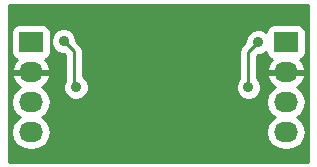
<source format=gbr>
G04 #@! TF.FileFunction,Copper,L2,Bot,Signal*
%FSLAX46Y46*%
G04 Gerber Fmt 4.6, Leading zero omitted, Abs format (unit mm)*
G04 Created by KiCad (PCBNEW (2015-02-22 BZR 5447)-product) date 2015 March 16, Monday 22:42:36*
%MOMM*%
G01*
G04 APERTURE LIST*
%ADD10C,0.100000*%
%ADD11R,2.032000X1.727200*%
%ADD12O,2.032000X1.727200*%
%ADD13C,0.889000*%
%ADD14C,0.254000*%
G04 APERTURE END LIST*
D10*
D11*
X149860000Y-107950000D03*
D12*
X149860000Y-110490000D03*
X149860000Y-113030000D03*
X149860000Y-115570000D03*
D11*
X171450000Y-107950000D03*
D12*
X171450000Y-110490000D03*
X171450000Y-113030000D03*
X171450000Y-115570000D03*
D13*
X152628600Y-107873800D03*
X153670000Y-111760000D03*
X169100520Y-107950000D03*
X168275000Y-111760000D03*
D14*
X153670000Y-111760000D02*
X153492200Y-111582200D01*
X153492200Y-111582200D02*
X153492200Y-108737400D01*
X153492200Y-108737400D02*
X153073099Y-108318299D01*
X153073099Y-108318299D02*
X152628600Y-107873800D01*
X168275000Y-111760000D02*
X168275000Y-108775520D01*
X168656021Y-108394499D02*
X169100520Y-107950000D01*
X168275000Y-108775520D02*
X168656021Y-108394499D01*
G36*
X173305000Y-118060000D02*
X173133345Y-118060000D01*
X173133345Y-115570000D01*
X173019271Y-114996511D01*
X172694415Y-114510330D01*
X172379634Y-114300000D01*
X172694415Y-114089670D01*
X173019271Y-113603489D01*
X173133345Y-113030000D01*
X173113440Y-112929930D01*
X173113440Y-108813600D01*
X173113440Y-107086400D01*
X173066463Y-106844277D01*
X172926673Y-106631473D01*
X172715640Y-106489023D01*
X172466000Y-106438960D01*
X170434000Y-106438960D01*
X170191877Y-106485937D01*
X169979073Y-106625727D01*
X169836623Y-106836760D01*
X169786560Y-107086400D01*
X169786560Y-107109260D01*
X169712806Y-107035378D01*
X169316188Y-106870687D01*
X168886736Y-106870313D01*
X168489831Y-107034311D01*
X168185898Y-107337714D01*
X168021207Y-107734332D01*
X168021017Y-107951872D01*
X167736185Y-108236705D01*
X167571004Y-108483915D01*
X167513000Y-108775520D01*
X167513000Y-110995358D01*
X167360378Y-111147714D01*
X167195687Y-111544332D01*
X167195313Y-111973784D01*
X167359311Y-112370689D01*
X167662714Y-112674622D01*
X168059332Y-112839313D01*
X168488784Y-112839687D01*
X168885689Y-112675689D01*
X169189622Y-112372286D01*
X169354313Y-111975668D01*
X169354687Y-111546216D01*
X169190689Y-111149311D01*
X169037000Y-110995353D01*
X169037000Y-109091150D01*
X169098650Y-109029499D01*
X169314304Y-109029687D01*
X169711209Y-108865689D01*
X169786560Y-108790469D01*
X169786560Y-108813600D01*
X169833537Y-109055723D01*
X169973327Y-109268527D01*
X170184360Y-109410977D01*
X170276645Y-109429483D01*
X170099268Y-109587964D01*
X169845291Y-110115209D01*
X169842642Y-110130974D01*
X169963783Y-110363000D01*
X171323000Y-110363000D01*
X171323000Y-110343000D01*
X171577000Y-110343000D01*
X171577000Y-110363000D01*
X172936217Y-110363000D01*
X173057358Y-110130974D01*
X173054709Y-110115209D01*
X172800732Y-109587964D01*
X172624298Y-109430326D01*
X172708123Y-109414063D01*
X172920927Y-109274273D01*
X173063377Y-109063240D01*
X173113440Y-108813600D01*
X173113440Y-112929930D01*
X173019271Y-112456511D01*
X172694415Y-111970330D01*
X172384930Y-111763539D01*
X172800732Y-111392036D01*
X173054709Y-110864791D01*
X173057358Y-110849026D01*
X172936217Y-110617000D01*
X171577000Y-110617000D01*
X171577000Y-110637000D01*
X171323000Y-110637000D01*
X171323000Y-110617000D01*
X169963783Y-110617000D01*
X169842642Y-110849026D01*
X169845291Y-110864791D01*
X170099268Y-111392036D01*
X170515069Y-111763539D01*
X170205585Y-111970330D01*
X169880729Y-112456511D01*
X169766655Y-113030000D01*
X169880729Y-113603489D01*
X170205585Y-114089670D01*
X170520365Y-114300000D01*
X170205585Y-114510330D01*
X169880729Y-114996511D01*
X169766655Y-115570000D01*
X169880729Y-116143489D01*
X170205585Y-116629670D01*
X170691766Y-116954526D01*
X171265255Y-117068600D01*
X171634745Y-117068600D01*
X172208234Y-116954526D01*
X172694415Y-116629670D01*
X173019271Y-116143489D01*
X173133345Y-115570000D01*
X173133345Y-118060000D01*
X154749687Y-118060000D01*
X154749687Y-111546216D01*
X154585689Y-111149311D01*
X154282286Y-110845378D01*
X154254200Y-110833715D01*
X154254200Y-108737400D01*
X154196196Y-108445795D01*
X154031015Y-108198585D01*
X154031015Y-108198584D01*
X153708099Y-107875668D01*
X153708287Y-107660016D01*
X153544289Y-107263111D01*
X153240886Y-106959178D01*
X152844268Y-106794487D01*
X152414816Y-106794113D01*
X152017911Y-106958111D01*
X151713978Y-107261514D01*
X151549287Y-107658132D01*
X151548913Y-108087584D01*
X151712911Y-108484489D01*
X152016314Y-108788422D01*
X152412932Y-108953113D01*
X152630472Y-108953302D01*
X152730200Y-109053030D01*
X152730200Y-111208349D01*
X152590687Y-111544332D01*
X152590313Y-111973784D01*
X152754311Y-112370689D01*
X153057714Y-112674622D01*
X153454332Y-112839313D01*
X153883784Y-112839687D01*
X154280689Y-112675689D01*
X154584622Y-112372286D01*
X154749313Y-111975668D01*
X154749687Y-111546216D01*
X154749687Y-118060000D01*
X151543345Y-118060000D01*
X151543345Y-115570000D01*
X151429271Y-114996511D01*
X151104415Y-114510330D01*
X150789634Y-114300000D01*
X151104415Y-114089670D01*
X151429271Y-113603489D01*
X151543345Y-113030000D01*
X151523440Y-112929930D01*
X151523440Y-108813600D01*
X151523440Y-107086400D01*
X151476463Y-106844277D01*
X151336673Y-106631473D01*
X151125640Y-106489023D01*
X150876000Y-106438960D01*
X148844000Y-106438960D01*
X148601877Y-106485937D01*
X148389073Y-106625727D01*
X148246623Y-106836760D01*
X148196560Y-107086400D01*
X148196560Y-108813600D01*
X148243537Y-109055723D01*
X148383327Y-109268527D01*
X148594360Y-109410977D01*
X148686645Y-109429483D01*
X148509268Y-109587964D01*
X148255291Y-110115209D01*
X148252642Y-110130974D01*
X148373783Y-110363000D01*
X149733000Y-110363000D01*
X149733000Y-110343000D01*
X149987000Y-110343000D01*
X149987000Y-110363000D01*
X151346217Y-110363000D01*
X151467358Y-110130974D01*
X151464709Y-110115209D01*
X151210732Y-109587964D01*
X151034298Y-109430326D01*
X151118123Y-109414063D01*
X151330927Y-109274273D01*
X151473377Y-109063240D01*
X151523440Y-108813600D01*
X151523440Y-112929930D01*
X151429271Y-112456511D01*
X151104415Y-111970330D01*
X150794930Y-111763539D01*
X151210732Y-111392036D01*
X151464709Y-110864791D01*
X151467358Y-110849026D01*
X151346217Y-110617000D01*
X149987000Y-110617000D01*
X149987000Y-110637000D01*
X149733000Y-110637000D01*
X149733000Y-110617000D01*
X148373783Y-110617000D01*
X148252642Y-110849026D01*
X148255291Y-110864791D01*
X148509268Y-111392036D01*
X148925069Y-111763539D01*
X148615585Y-111970330D01*
X148290729Y-112456511D01*
X148176655Y-113030000D01*
X148290729Y-113603489D01*
X148615585Y-114089670D01*
X148930365Y-114300000D01*
X148615585Y-114510330D01*
X148290729Y-114996511D01*
X148176655Y-115570000D01*
X148290729Y-116143489D01*
X148615585Y-116629670D01*
X149101766Y-116954526D01*
X149675255Y-117068600D01*
X150044745Y-117068600D01*
X150618234Y-116954526D01*
X151104415Y-116629670D01*
X151429271Y-116143489D01*
X151543345Y-115570000D01*
X151543345Y-118060000D01*
X148005000Y-118060000D01*
X148005000Y-104825000D01*
X173305000Y-104825000D01*
X173305000Y-118060000D01*
X173305000Y-118060000D01*
G37*
X173305000Y-118060000D02*
X173133345Y-118060000D01*
X173133345Y-115570000D01*
X173019271Y-114996511D01*
X172694415Y-114510330D01*
X172379634Y-114300000D01*
X172694415Y-114089670D01*
X173019271Y-113603489D01*
X173133345Y-113030000D01*
X173113440Y-112929930D01*
X173113440Y-108813600D01*
X173113440Y-107086400D01*
X173066463Y-106844277D01*
X172926673Y-106631473D01*
X172715640Y-106489023D01*
X172466000Y-106438960D01*
X170434000Y-106438960D01*
X170191877Y-106485937D01*
X169979073Y-106625727D01*
X169836623Y-106836760D01*
X169786560Y-107086400D01*
X169786560Y-107109260D01*
X169712806Y-107035378D01*
X169316188Y-106870687D01*
X168886736Y-106870313D01*
X168489831Y-107034311D01*
X168185898Y-107337714D01*
X168021207Y-107734332D01*
X168021017Y-107951872D01*
X167736185Y-108236705D01*
X167571004Y-108483915D01*
X167513000Y-108775520D01*
X167513000Y-110995358D01*
X167360378Y-111147714D01*
X167195687Y-111544332D01*
X167195313Y-111973784D01*
X167359311Y-112370689D01*
X167662714Y-112674622D01*
X168059332Y-112839313D01*
X168488784Y-112839687D01*
X168885689Y-112675689D01*
X169189622Y-112372286D01*
X169354313Y-111975668D01*
X169354687Y-111546216D01*
X169190689Y-111149311D01*
X169037000Y-110995353D01*
X169037000Y-109091150D01*
X169098650Y-109029499D01*
X169314304Y-109029687D01*
X169711209Y-108865689D01*
X169786560Y-108790469D01*
X169786560Y-108813600D01*
X169833537Y-109055723D01*
X169973327Y-109268527D01*
X170184360Y-109410977D01*
X170276645Y-109429483D01*
X170099268Y-109587964D01*
X169845291Y-110115209D01*
X169842642Y-110130974D01*
X169963783Y-110363000D01*
X171323000Y-110363000D01*
X171323000Y-110343000D01*
X171577000Y-110343000D01*
X171577000Y-110363000D01*
X172936217Y-110363000D01*
X173057358Y-110130974D01*
X173054709Y-110115209D01*
X172800732Y-109587964D01*
X172624298Y-109430326D01*
X172708123Y-109414063D01*
X172920927Y-109274273D01*
X173063377Y-109063240D01*
X173113440Y-108813600D01*
X173113440Y-112929930D01*
X173019271Y-112456511D01*
X172694415Y-111970330D01*
X172384930Y-111763539D01*
X172800732Y-111392036D01*
X173054709Y-110864791D01*
X173057358Y-110849026D01*
X172936217Y-110617000D01*
X171577000Y-110617000D01*
X171577000Y-110637000D01*
X171323000Y-110637000D01*
X171323000Y-110617000D01*
X169963783Y-110617000D01*
X169842642Y-110849026D01*
X169845291Y-110864791D01*
X170099268Y-111392036D01*
X170515069Y-111763539D01*
X170205585Y-111970330D01*
X169880729Y-112456511D01*
X169766655Y-113030000D01*
X169880729Y-113603489D01*
X170205585Y-114089670D01*
X170520365Y-114300000D01*
X170205585Y-114510330D01*
X169880729Y-114996511D01*
X169766655Y-115570000D01*
X169880729Y-116143489D01*
X170205585Y-116629670D01*
X170691766Y-116954526D01*
X171265255Y-117068600D01*
X171634745Y-117068600D01*
X172208234Y-116954526D01*
X172694415Y-116629670D01*
X173019271Y-116143489D01*
X173133345Y-115570000D01*
X173133345Y-118060000D01*
X154749687Y-118060000D01*
X154749687Y-111546216D01*
X154585689Y-111149311D01*
X154282286Y-110845378D01*
X154254200Y-110833715D01*
X154254200Y-108737400D01*
X154196196Y-108445795D01*
X154031015Y-108198585D01*
X154031015Y-108198584D01*
X153708099Y-107875668D01*
X153708287Y-107660016D01*
X153544289Y-107263111D01*
X153240886Y-106959178D01*
X152844268Y-106794487D01*
X152414816Y-106794113D01*
X152017911Y-106958111D01*
X151713978Y-107261514D01*
X151549287Y-107658132D01*
X151548913Y-108087584D01*
X151712911Y-108484489D01*
X152016314Y-108788422D01*
X152412932Y-108953113D01*
X152630472Y-108953302D01*
X152730200Y-109053030D01*
X152730200Y-111208349D01*
X152590687Y-111544332D01*
X152590313Y-111973784D01*
X152754311Y-112370689D01*
X153057714Y-112674622D01*
X153454332Y-112839313D01*
X153883784Y-112839687D01*
X154280689Y-112675689D01*
X154584622Y-112372286D01*
X154749313Y-111975668D01*
X154749687Y-111546216D01*
X154749687Y-118060000D01*
X151543345Y-118060000D01*
X151543345Y-115570000D01*
X151429271Y-114996511D01*
X151104415Y-114510330D01*
X150789634Y-114300000D01*
X151104415Y-114089670D01*
X151429271Y-113603489D01*
X151543345Y-113030000D01*
X151523440Y-112929930D01*
X151523440Y-108813600D01*
X151523440Y-107086400D01*
X151476463Y-106844277D01*
X151336673Y-106631473D01*
X151125640Y-106489023D01*
X150876000Y-106438960D01*
X148844000Y-106438960D01*
X148601877Y-106485937D01*
X148389073Y-106625727D01*
X148246623Y-106836760D01*
X148196560Y-107086400D01*
X148196560Y-108813600D01*
X148243537Y-109055723D01*
X148383327Y-109268527D01*
X148594360Y-109410977D01*
X148686645Y-109429483D01*
X148509268Y-109587964D01*
X148255291Y-110115209D01*
X148252642Y-110130974D01*
X148373783Y-110363000D01*
X149733000Y-110363000D01*
X149733000Y-110343000D01*
X149987000Y-110343000D01*
X149987000Y-110363000D01*
X151346217Y-110363000D01*
X151467358Y-110130974D01*
X151464709Y-110115209D01*
X151210732Y-109587964D01*
X151034298Y-109430326D01*
X151118123Y-109414063D01*
X151330927Y-109274273D01*
X151473377Y-109063240D01*
X151523440Y-108813600D01*
X151523440Y-112929930D01*
X151429271Y-112456511D01*
X151104415Y-111970330D01*
X150794930Y-111763539D01*
X151210732Y-111392036D01*
X151464709Y-110864791D01*
X151467358Y-110849026D01*
X151346217Y-110617000D01*
X149987000Y-110617000D01*
X149987000Y-110637000D01*
X149733000Y-110637000D01*
X149733000Y-110617000D01*
X148373783Y-110617000D01*
X148252642Y-110849026D01*
X148255291Y-110864791D01*
X148509268Y-111392036D01*
X148925069Y-111763539D01*
X148615585Y-111970330D01*
X148290729Y-112456511D01*
X148176655Y-113030000D01*
X148290729Y-113603489D01*
X148615585Y-114089670D01*
X148930365Y-114300000D01*
X148615585Y-114510330D01*
X148290729Y-114996511D01*
X148176655Y-115570000D01*
X148290729Y-116143489D01*
X148615585Y-116629670D01*
X149101766Y-116954526D01*
X149675255Y-117068600D01*
X150044745Y-117068600D01*
X150618234Y-116954526D01*
X151104415Y-116629670D01*
X151429271Y-116143489D01*
X151543345Y-115570000D01*
X151543345Y-118060000D01*
X148005000Y-118060000D01*
X148005000Y-104825000D01*
X173305000Y-104825000D01*
X173305000Y-118060000D01*
M02*

</source>
